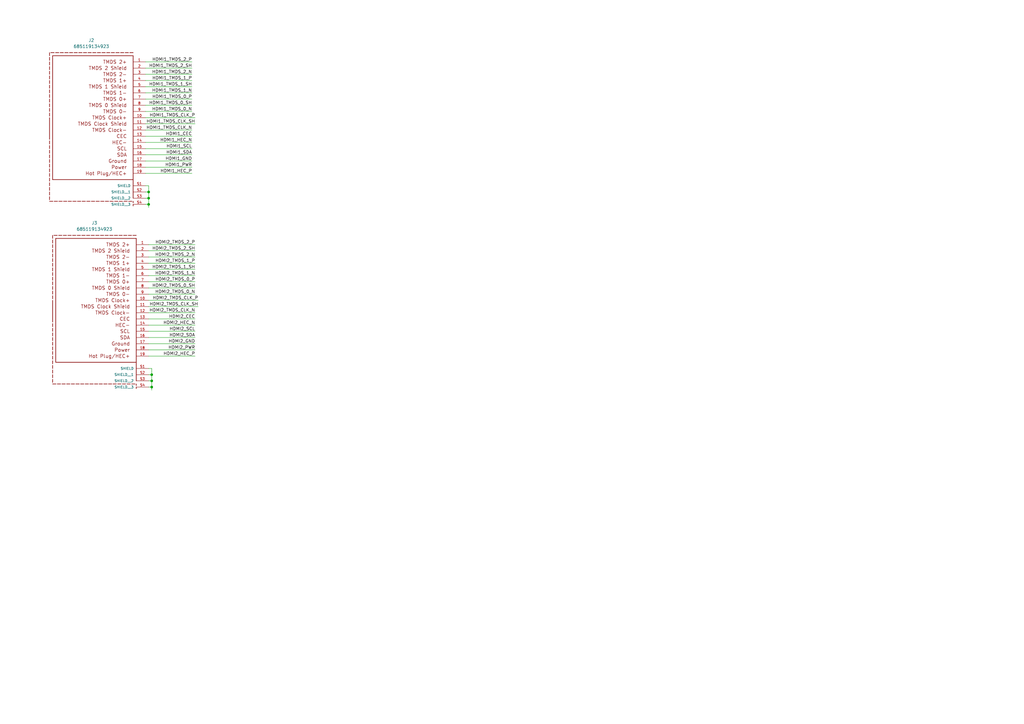
<source format=kicad_sch>
(kicad_sch (version 20231120) (generator "eeschema") (generator_version "8.0")
  (paper "A3")
  (title_block (title "NanoCompute") (date "2025-01-06") (rev "v1.0") (comment 3 "Power over Ethernet (PoE)") (comment 4 "Gigabit Ethernet PHY") (comment 5 "PoE"))
  (lib_symbols
    (symbol "CBSymLib:685119134923" (pin_names (offset 1.016))
      (property "Reference" "J" (at 0 27.94 0))
      (property "Value" "685119134923" (at 0 -38.1 0))
      (symbol "685119134923_0_0"
        (polyline (pts (xy -15.24 -36.195) (xy -15.24 -35.56)) (stroke (width 0.254)))
        (polyline (pts (xy -15.24 -34.29) (xy -15.24 -34.925)) (stroke (width 0.254)))
        (polyline (pts (xy -15.24 -25.4) (xy 17.78 -25.4)) (stroke (width 0.254)))
        (polyline (pts (xy -15.24 25.4) (xy -15.24 -33.02)) (stroke (width 0.254)))
        (polyline (pts (xy -15.24 26.67) (xy -13.8579 26.67)) (stroke (width 0.254)))
        (polyline (pts (xy -13.335 -34.29) (xy -14.7171 -34.29)) (stroke (width 0.254)))
        (polyline (pts (xy -13.335 26.67) (xy -11.9529 26.67)) (stroke (width 0.254)))
        (polyline (pts (xy -11.43 -34.29) (xy -12.8121 -34.29)) (stroke (width 0.254)))
        (polyline (pts (xy -11.43 26.67) (xy -10.0479 26.67)) (stroke (width 0.254)))
        (polyline (pts (xy -9.525 -34.29) (xy -10.9071 -34.29)) (stroke (width 0.254)))
        (polyline (pts (xy -9.525 26.67) (xy -8.1429 26.67)) (stroke (width 0.254)))
        (polyline (pts (xy -7.62 -34.29) (xy -9.0021 -34.29)) (stroke (width 0.254)))
        (polyline (pts (xy -7.62 26.67) (xy -6.2379 26.67)) (stroke (width 0.254)))
        (polyline (pts (xy -5.715 -34.29) (xy -7.0971 -34.29)) (stroke (width 0.254)))
        (polyline (pts (xy -5.715 26.67) (xy -4.3329 26.67)) (stroke (width 0.254)))
        (polyline (pts (xy -3.81 -34.29) (xy -5.1921 -34.29)) (stroke (width 0.254)))
        (polyline (pts (xy -3.81 26.67) (xy -2.4279 26.67)) (stroke (width 0.254)))
        (polyline (pts (xy -1.905 -34.29) (xy -3.2871 -34.29)) (stroke (width 0.254)))
        (polyline (pts (xy -1.905 26.67) (xy -0.5229 26.67)) (stroke (width 0.254)))
        (polyline (pts (xy 0 -34.29) (xy -1.3821 -34.29)) (stroke (width 0.254)))
        (polyline (pts (xy 0 26.67) (xy 1.3821 26.67)) (stroke (width 0.254)))
        (polyline (pts (xy 1.905 -34.29) (xy 0.5229 -34.29)) (stroke (width 0.254)))
        (polyline (pts (xy 1.905 26.67) (xy 3.2871 26.67)) (stroke (width 0.254)))
        (polyline (pts (xy 3.81 -34.29) (xy 2.4279 -34.29)) (stroke (width 0.254)))
        (polyline (pts (xy 3.81 26.67) (xy 5.1921 26.67)) (stroke (width 0.254)))
        (polyline (pts (xy 5.715 -34.29) (xy 4.3329 -34.29)) (stroke (width 0.254)))
        (polyline (pts (xy 5.715 26.67) (xy 7.0971 26.67)) (stroke (width 0.254)))
        (polyline (pts (xy 7.62 -34.29) (xy 6.2379 -34.29)) (stroke (width 0.254)))
        (polyline (pts (xy 7.62 26.67) (xy 9.0021 26.67)) (stroke (width 0.254)))
        (polyline (pts (xy 9.525 -34.29) (xy 8.1429 -34.29)) (stroke (width 0.254)))
        (polyline (pts (xy 9.525 26.67) (xy 10.9071 26.67)) (stroke (width 0.254)))
        (polyline (pts (xy 11.43 -34.29) (xy 10.0479 -34.29)) (stroke (width 0.254)))
        (polyline (pts (xy 11.43 26.67) (xy 12.8121 26.67)) (stroke (width 0.254)))
        (polyline (pts (xy 13.335 -34.29) (xy 11.9529 -34.29)) (stroke (width 0.254)))
        (polyline (pts (xy 13.335 26.67) (xy 14.7171 26.67)) (stroke (width 0.254)))
        (polyline (pts (xy 15.24 -34.29) (xy 13.8579 -34.29)) (stroke (width 0.254)))
        (polyline (pts (xy 15.24 26.67) (xy 16.6221 26.67)) (stroke (width 0.254)))
        (polyline (pts (xy 17.145 -34.29) (xy 15.7629 -34.29)) (stroke (width 0.254)))
        (polyline (pts (xy 17.145 26.67) (xy 18.5271 26.67)) (stroke (width 0.254)))
        (polyline (pts (xy 17.78 -25.4) (xy 17.78 25.4)) (stroke (width 0.254)))
        (polyline (pts (xy 17.78 25.4) (xy -15.24 25.4)) (stroke (width 0.254)))
        (polyline (pts (xy 19.05 -34.29) (xy 17.6679 -34.29)) (stroke (width 0.254)))
        (polyline (pts (xy 19.05 -34.29) (xy 19.05 -34.29)) (stroke (width 0.254)))
        (polyline (pts (xy 19.05 -32.385) (xy 19.05 -33.655)) (stroke (width 0.254)))
        (polyline (pts (xy 19.05 -30.48) (xy 19.05 -31.75)) (stroke (width 0.254)))
        (polyline (pts (xy 19.05 -28.575) (xy 19.05 -29.845)) (stroke (width 0.254)))
        (polyline (pts (xy 19.05 -26.67) (xy 19.05 -27.94)) (stroke (width 0.254)))
        (polyline (pts (xy 19.05 -24.765) (xy 19.05 -26.035)) (stroke (width 0.254)))
        (polyline (pts (xy 19.05 -22.86) (xy 19.05 -24.13)) (stroke (width 0.254)))
        (polyline (pts (xy 19.05 -20.955) (xy 19.05 -22.225)) (stroke (width 0.254)))
        (polyline (pts (xy 19.05 -19.05) (xy 19.05 -20.32)) (stroke (width 0.254)))
        (polyline (pts (xy 19.05 -17.145) (xy 19.05 -18.415)) (stroke (width 0.254)))
        (polyline (pts (xy 19.05 -15.24) (xy 19.05 -16.51)) (stroke (width 0.254)))
        (polyline (pts (xy 19.05 -13.335) (xy 19.05 -14.605)) (stroke (width 0.254)))
        (polyline (pts (xy 19.05 -11.43) (xy 19.05 -12.7)) (stroke (width 0.254)))
        (polyline (pts (xy 19.05 -9.525) (xy 19.05 -10.795)) (stroke (width 0.254)))
        (polyline (pts (xy 19.05 0) (xy 19.05 -8.89)) (stroke (width 0.254)))
        (polyline (pts (xy 19.05 1.905) (xy 19.05 0.635)) (stroke (width 0.254)))
        (polyline (pts (xy 19.05 3.81) (xy 19.05 2.54)) (stroke (width 0.254)))
        (polyline (pts (xy 19.05 5.715) (xy 19.05 4.445)) (stroke (width 0.254)))
        (polyline (pts (xy 19.05 7.62) (xy 19.05 6.35)) (stroke (width 0.254)))
        (polyline (pts (xy 19.05 9.525) (xy 19.05 8.255)) (stroke (width 0.254)))
        (polyline (pts (xy 19.05 11.43) (xy 19.05 10.16)) (stroke (width 0.254)))
        (polyline (pts (xy 19.05 13.335) (xy 19.05 12.065)) (stroke (width 0.254)))
        (polyline (pts (xy 19.05 15.24) (xy 19.05 13.97)) (stroke (width 0.254)))
        (polyline (pts (xy 19.05 17.145) (xy 19.05 15.875)) (stroke (width 0.254)))
        (polyline (pts (xy 19.05 19.05) (xy 19.05 17.78)) (stroke (width 0.254)))
        (polyline (pts (xy 19.05 20.955) (xy 19.05 19.685)) (stroke (width 0.254)))
        (polyline (pts (xy 19.05 22.86) (xy 19.05 21.59)) (stroke (width 0.254)))
        (polyline (pts (xy 19.05 24.765) (xy 19.05 23.495)) (stroke (width 0.254)))
        (polyline (pts (xy 19.05 26.67) (xy 19.05 25.4)) (stroke (width 0.254)))
        (text "CEC" (at -12.7 -7.62 0) (effects (font (size 1.4224 1.4224)) (justify left)))
        (text "Ground" (at -12.7 -17.78 0) (effects (font (size 1.4224 1.4224)) (justify left)))
        (text "HEC-" (at -12.7 -10.16 0) (effects (font (size 1.4224 1.4224)) (justify left)))
        (text "Hot Plug/HEC+" (at -12.7 -22.86 0) (effects (font (size 1.4224 1.4224)) (justify left)))
        (text "Power" (at -12.7 -20.32 0) (effects (font (size 1.4224 1.4224)) (justify left)))
        (text "SCL" (at -12.7 -12.7 0) (effects (font (size 1.4224 1.4224)) (justify left)))
        (text "SDA" (at -12.7 -15.24 0) (effects (font (size 1.4224 1.4224)) (justify left)))
        (text "TMDS 0 Shield" (at -12.7 5.08 0) (effects (font (size 1.4224 1.4224)) (justify left)))
        (text "TMDS 0+" (at -12.7 7.62 0) (effects (font (size 1.4224 1.4224)) (justify left)))
        (text "TMDS 0-" (at -12.7 2.54 0) (effects (font (size 1.4224 1.4224)) (justify left)))
        (text "TMDS 1 Shield" (at -12.7 12.7 0) (effects (font (size 1.4224 1.4224)) (justify left)))
        (text "TMDS 1+" (at -12.7 15.24 0) (effects (font (size 1.4224 1.4224)) (justify left)))
        (text "TMDS 1-" (at -12.7 10.16 0) (effects (font (size 1.4224 1.4224)) (justify left)))
        (text "TMDS 2 Shield" (at -12.7 20.32 0) (effects (font (size 1.4224 1.4224)) (justify left)))
        (text "TMDS 2+" (at -12.7 22.86 0) (effects (font (size 1.4224 1.4224)) (justify left)))
        (text "TMDS 2-" (at -12.7 17.78 0) (effects (font (size 1.4224 1.4224)) (justify left)))
        (text "TMDS Clock Shield" (at -12.7 -2.54 0) (effects (font (size 1.4224 1.4224)) (justify left)))
        (text "TMDS Clock+" (at -12.7 0 0) (effects (font (size 1.4224 1.4224)) (justify left)))
        (text "TMDS Clock-" (at -12.7 -5.08 0) (effects (font (size 1.4224 1.4224)) (justify left)))
        (pin passive line (at -20.32 22.86 0) (length 5.08) (name "~") (number "1"))
        (pin passive line (at -20.32 0 0) (length 5.08) (name "~") (number "10"))
        (pin passive line (at -20.32 -2.54 0) (length 5.08) (name "~") (number "11"))
        (pin passive line (at -20.32 -5.08 0) (length 5.08) (name "~") (number "12"))
        (pin passive line (at -20.32 -7.62 0) (length 5.08) (name "~") (number "13"))
        (pin passive line (at -20.32 -10.16 0) (length 5.08) (name "~") (number "14"))
        (pin passive line (at -20.32 -12.7 0) (length 5.08) (name "~") (number "15"))
        (pin passive line (at -20.32 -15.24 0) (length 5.08) (name "~") (number "16"))
        (pin passive line (at -20.32 -17.78 0) (length 5.08) (name "~") (number "17"))
        (pin power_in line (at -20.32 -20.32 0) (length 5.08) (name "~") (number "18"))
        (pin passive line (at -20.32 -22.86 0) (length 5.08) (name "~") (number "19"))
        (pin passive line (at -20.32 20.32 0) (length 5.08) (name "~") (number "2"))
        (pin passive line (at -20.32 17.78 0) (length 5.08) (name "~") (number "3"))
        (pin passive line (at -20.32 15.24 0) (length 5.08) (name "~") (number "4"))
        (pin passive line (at -20.32 12.7 0) (length 5.08) (name "~") (number "5"))
        (pin passive line (at -20.32 10.16 0) (length 5.08) (name "~") (number "6"))
        (pin passive line (at -20.32 7.62 0) (length 5.08) (name "~") (number "7"))
        (pin passive line (at -20.32 5.08 0) (length 5.08) (name "~") (number "8"))
        (pin passive line (at -20.32 2.54 0) (length 5.08) (name "~") (number "9"))
        (pin passive line (at -20.32 -27.94 0) (length 5.08) (name "SHIELD") (number "S1"))
        (pin passive line (at -20.32 -30.48 0) (length 5.08) (name "SHIELD__1") (number "S2"))
        (pin passive line (at -20.32 -33.02 0) (length 5.08) (name "SHIELD__2") (number "S3"))
        (pin passive line (at -20.32 -35.56 0) (length 5.08) (name "SHIELD__3") (number "S4"))
      )
    )
  )
  (junction (at 62.23 156.21))
  (junction (at 60.96 81.28))
  (junction (at 60.96 78.74))
  (junction (at 62.23 158.75))
  (junction (at 62.23 153.67))
  (junction (at 60.96 83.82))
  (wire (pts (xy 81.28 125.73) (xy 60.96 125.73)))
  (wire (pts (xy 80.01 143.51) (xy 60.96 143.51)))
  (wire (pts (xy 78.74 40.64) (xy 59.69 40.64)))
  (wire (pts (xy 80.01 133.35) (xy 60.96 133.35)))
  (wire (pts (xy 78.74 45.72) (xy 59.69 45.72)))
  (wire (pts (xy 60.96 76.2) (xy 60.96 78.74)))
  (wire (pts (xy 59.69 81.28) (xy 60.96 81.28)))
  (wire (pts (xy 78.74 55.88) (xy 59.69 55.88)))
  (wire (pts (xy 60.96 83.82) (xy 60.96 85.09)))
  (wire (pts (xy 80.01 105.41) (xy 60.96 105.41)))
  (wire (pts (xy 60.96 151.13) (xy 62.23 151.13)))
  (wire (pts (xy 81.28 123.19) (xy 60.96 123.19)))
  (wire (pts (xy 80.01 100.33) (xy 60.96 100.33)))
  (wire (pts (xy 78.74 58.42) (xy 59.69 58.42)))
  (wire (pts (xy 62.23 158.75) (xy 62.23 160.02)))
  (wire (pts (xy 59.69 78.74) (xy 60.96 78.74)))
  (wire (pts (xy 78.74 38.1) (xy 59.69 38.1)))
  (wire (pts (xy 78.74 27.94) (xy 59.69 27.94)))
  (wire (pts (xy 80.01 115.57) (xy 60.96 115.57)))
  (wire (pts (xy 60.96 78.74) (xy 60.96 81.28)))
  (wire (pts (xy 80.01 130.81) (xy 60.96 130.81)))
  (wire (pts (xy 78.74 71.12) (xy 59.69 71.12)))
  (wire (pts (xy 80.01 110.49) (xy 60.96 110.49)))
  (wire (pts (xy 80.01 107.95) (xy 60.96 107.95)))
  (wire (pts (xy 78.74 43.18) (xy 59.69 43.18)))
  (wire (pts (xy 78.74 63.5) (xy 59.69 63.5)))
  (wire (pts (xy 78.74 30.48) (xy 59.69 30.48)))
  (wire (pts (xy 80.01 128.27) (xy 60.96 128.27)))
  (wire (pts (xy 60.96 156.21) (xy 62.23 156.21)))
  (wire (pts (xy 80.01 138.43) (xy 60.96 138.43)))
  (wire (pts (xy 62.23 151.13) (xy 62.23 153.67)))
  (wire (pts (xy 78.74 35.56) (xy 59.69 35.56)))
  (wire (pts (xy 62.23 156.21) (xy 62.23 158.75)))
  (wire (pts (xy 80.01 48.26) (xy 59.69 48.26)))
  (wire (pts (xy 59.69 83.82) (xy 60.96 83.82)))
  (wire (pts (xy 60.96 153.67) (xy 62.23 153.67)))
  (wire (pts (xy 60.96 158.75) (xy 62.23 158.75)))
  (wire (pts (xy 80.01 146.05) (xy 60.96 146.05)))
  (wire (pts (xy 80.01 102.87) (xy 60.96 102.87)))
  (wire (pts (xy 78.74 68.58) (xy 59.69 68.58)))
  (wire (pts (xy 60.96 81.28) (xy 60.96 83.82)))
  (wire (pts (xy 59.69 76.2) (xy 60.96 76.2)))
  (wire (pts (xy 80.01 118.11) (xy 60.96 118.11)))
  (wire (pts (xy 62.23 153.67) (xy 62.23 156.21)))
  (wire (pts (xy 80.01 135.89) (xy 60.96 135.89)))
  (wire (pts (xy 80.01 120.65) (xy 60.96 120.65)))
  (wire (pts (xy 80.01 113.03) (xy 60.96 113.03)))
  (wire (pts (xy 78.74 25.4) (xy 59.69 25.4)))
  (wire (pts (xy 80.01 50.8) (xy 59.69 50.8)))
  (wire (pts (xy 80.01 140.97) (xy 60.96 140.97)))
  (wire (pts (xy 78.74 33.02) (xy 59.69 33.02)))
  (wire (pts (xy 78.74 53.34) (xy 59.69 53.34)))
  (wire (pts (xy 78.74 66.04) (xy 59.69 66.04)))
  (wire (pts (xy 78.74 60.96) (xy 59.69 60.96)))
  (label "HDMI1_TMDS_0_N" (at 78.74 45.72 180))
  (label "HDMI2_SDA" (at 80.01 138.43 180))
  (label "HDMI2_SCL" (at 80.01 135.89 180))
  (label "HDMI1_SDA" (at 78.74 63.5 180))
  (label "HDMI2_TMDS_0_SH" (at 80.01 118.11 180))
  (label "HDMI1_TMDS_1_P" (at 78.74 33.02 180))
  (label "HDMI2_HEC_P" (at 80.01 146.05 180))
  (label "HDMI1_TMDS_1_SH" (at 78.74 35.56 180))
  (label "HDMI2_TMDS_CLK_SH" (at 81.28 125.73 180))
  (label "HDMI1_TMDS_2_N" (at 78.74 30.48 180))
  (label "HDMI1_TMDS_2_SH" (at 78.74 27.94 180))
  (label "HDMI2_TMDS_CLK_P" (at 81.28 123.19 180))
  (label "HDMI2_GND" (at 80.01 140.97 180))
  (label "HDMI2_TMDS_0_N" (at 80.01 120.65 180))
  (label "HDMI1_TMDS_CLK_N" (at 78.74 53.34 180))
  (label "HDMI2_TMDS_1_N" (at 80.01 113.03 180))
  (label "HDMI1_TMDS_0_P" (at 78.74 40.64 180))
  (label "HDMI2_TMDS_CLK_N" (at 80.01 128.27 180))
  (label "HDMI2_TMDS_2_N" (at 80.01 105.41 180))
  (label "HDMI1_HEC_N" (at 78.74 58.42 180))
  (label "HDMI1_GND" (at 78.74 66.04 180))
  (label "HDMI1_PWR" (at 78.74 68.58 180))
  (label "HDMI1_TMDS_1_N" (at 78.74 38.1 180))
  (label "HDMI2_TMDS_2_P" (at 80.01 100.33 180))
  (label "HDMI1_CEC" (at 78.74 55.88 180))
  (label "HDMI1_SCL" (at 78.74 60.96 180))
  (label "HDMI1_HEC_P" (at 78.74 71.12 180))
  (label "HDMI2_PWR" (at 80.01 143.51 180))
  (label "HDMI1_TMDS_2_P" (at 78.74 25.4 180))
  (label "HDMI2_TMDS_1_SH" (at 80.01 110.49 180))
  (label "HDMI2_HEC_N" (at 80.01 133.35 180))
  (label "HDMI2_CEC" (at 80.01 130.81 180))
  (label "HDMI1_TMDS_CLK_SH" (at 80.01 50.8 180))
  (label "HDMI2_TMDS_1_P" (at 80.01 107.95 180))
  (label "HDMI2_TMDS_0_P" (at 80.01 115.57 180))
  (label "HDMI1_TMDS_0_SH" (at 78.74 43.18 180))
  (label "HDMI2_TMDS_2_SH" (at 80.01 102.87 180))
  (label "HDMI1_TMDS_CLK_P" (at 80.01 48.26 180))
  (symbol (lib_id "CBSymLib:685119134923") (at 40.64 123.19 0) (mirror y) (unit 1)
    (property "Reference" "J3" (at 38.735 91.44 0))
    (property "Value" "685119134923" (at 38.735 93.98 0))
    (property "Footprint" "CBFtLib:685119134923" (effects (hide yes)))
    (property "Datasheet" "https://www.we-online.com/katalog/datasheet/685119134923.pdf" (effects (hide yes)))
    (property "Description" "HDMI Receptacle Connector 19 Position Surface Mount, Right Angle; Through Hole" (effects (hide yes)))
    (property "Digikey stock" "15,437 - 5/1/2024" (effects (hide yes)))
    (property "MPN" "685119134923" (effects (hide yes)))
  )
  (symbol (lib_id "CBSymLib:685119134923") (at 39.37 48.26 0) (mirror y) (unit 1)
    (property "Reference" "J2" (at 37.465 16.51 0))
    (property "Value" "685119134923" (at 37.465 19.05 0))
    (property "Footprint" "CBFtLib:685119134923" (effects (hide yes)))
    (property "Datasheet" "https://www.we-online.com/katalog/datasheet/685119134923.pdf" (effects (hide yes)))
    (property "Description" "HDMI Receptacle Connector 19 Position Surface Mount, Right Angle; Through Hole" (effects (hide yes)))
    (property "Digikey stock" "15,437 - 5/1/2024" (effects (hide yes)))
    (property "MPN" "685119134923" (effects (hide yes)))
  )
)
</source>
